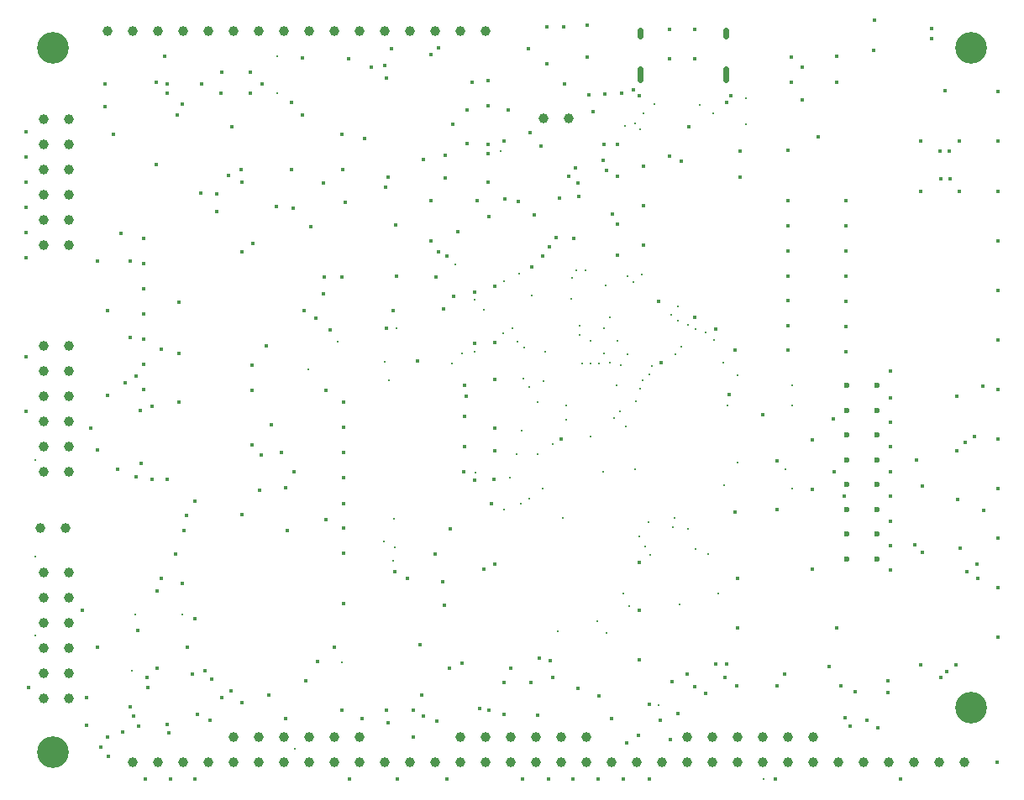
<source format=gbr>
%TF.GenerationSoftware,KiCad,Pcbnew,8.0.7-8.0.7-0~ubuntu22.04.1*%
%TF.CreationDate,2024-12-10T15:43:45-05:00*%
%TF.ProjectId,tinytapeout-demo,74696e79-7461-4706-956f-75742d64656d,2.1.0*%
%TF.SameCoordinates,PX38be5e0PY7d687e0*%
%TF.FileFunction,Plated,1,4,PTH,Mixed*%
%TF.FilePolarity,Positive*%
%FSLAX46Y46*%
G04 Gerber Fmt 4.6, Leading zero omitted, Abs format (unit mm)*
G04 Created by KiCad (PCBNEW 8.0.7-8.0.7-0~ubuntu22.04.1) date 2024-12-10 15:43:45*
%MOMM*%
%LPD*%
G01*
G04 APERTURE LIST*
%TA.AperFunction,ViaDrill*%
%ADD10C,0.300000*%
%TD*%
%TA.AperFunction,ComponentDrill*%
%ADD11C,0.300000*%
%TD*%
%TA.AperFunction,ViaDrill*%
%ADD12C,0.400000*%
%TD*%
%TA.AperFunction,ComponentDrill*%
%ADD13C,0.400000*%
%TD*%
G04 aperture for slot hole*
%TA.AperFunction,ComponentDrill*%
%ADD14C,0.600000*%
%TD*%
%TA.AperFunction,ComponentDrill*%
%ADD15C,0.600000*%
%TD*%
%TA.AperFunction,ComponentDrill*%
%ADD16C,1.000000*%
%TD*%
%TA.AperFunction,ComponentDrill*%
%ADD17C,3.200000*%
%TD*%
G04 APERTURE END LIST*
D10*
X85600000Y-57800000D03*
X85600000Y-61500000D03*
X88700531Y-89349471D03*
X91700000Y-86600000D03*
X96327500Y-106774398D03*
X96400000Y-88600000D03*
X96827500Y-90500000D03*
X97388449Y-104455000D03*
X97400000Y-107300000D03*
X97580003Y-85200000D03*
X103200000Y-88800000D03*
X103500000Y-78800000D03*
X104200000Y-87800000D03*
X105500000Y-82400000D03*
X105500000Y-87600000D03*
X105600000Y-99800000D03*
X106400000Y-83400000D03*
X108327500Y-85772500D03*
X108400000Y-80500000D03*
X108400000Y-103500000D03*
X109000000Y-100302500D03*
X109250032Y-85272500D03*
X109702500Y-97900000D03*
X109813714Y-86554067D03*
X109999998Y-79700000D03*
X110470238Y-87154962D03*
X110958820Y-102400000D03*
X111000000Y-91200000D03*
X111200000Y-81900000D03*
X111827825Y-92672175D03*
X111827825Y-97979089D03*
X112300000Y-101400000D03*
X112450000Y-90550000D03*
X112600000Y-87600000D03*
X113324485Y-96910961D03*
X113900000Y-115800000D03*
X114400000Y-104372500D03*
X114700000Y-93000000D03*
X114700000Y-94500000D03*
X115190380Y-82309620D03*
X115303021Y-80164674D03*
X115763197Y-79391213D03*
X116080761Y-85000000D03*
X116100000Y-85900000D03*
X116300000Y-88800000D03*
X116682098Y-79391551D03*
X117180002Y-96200000D03*
X117200000Y-88800000D03*
X117800000Y-114800000D03*
X118000000Y-88800000D03*
X118450696Y-99702500D03*
X118700000Y-80900000D03*
X118800000Y-116000000D03*
X119100000Y-84100000D03*
X119100000Y-88700000D03*
X119500000Y-94300000D03*
X119758175Y-90988683D03*
X120105242Y-93593893D03*
X120198797Y-88972024D03*
X120500000Y-111999988D03*
X120600000Y-64800000D03*
X120709051Y-95142009D03*
X120882500Y-80029531D03*
X120900000Y-87900000D03*
X121067500Y-113267500D03*
X121470469Y-80570469D03*
X121654338Y-64614973D03*
X121674109Y-99479892D03*
X121693961Y-92599999D03*
X122074508Y-106256020D03*
X122138961Y-91314900D03*
X122200000Y-65200000D03*
X122370813Y-90462460D03*
X122500000Y-63600000D03*
X122700000Y-107261604D03*
X123017500Y-104817500D03*
X123053961Y-89900000D03*
X123200000Y-108100000D03*
X123332221Y-89035557D03*
X123600000Y-62600000D03*
X124000000Y-123230000D03*
X125300000Y-83900000D03*
X125500000Y-105272503D03*
X125660617Y-104372500D03*
X125700000Y-87900000D03*
X126000000Y-83000000D03*
X126000002Y-84500000D03*
X126172500Y-113100398D03*
X126300000Y-87100000D03*
X126941715Y-84893349D03*
X127000000Y-105500000D03*
X127723527Y-85285450D03*
X127727500Y-107500000D03*
X128193311Y-62707387D03*
X128733689Y-85685000D03*
X128999998Y-108000000D03*
X129500000Y-63600000D03*
X129647500Y-86400000D03*
X130000000Y-112000000D03*
X130500000Y-88700000D03*
X130594023Y-101062500D03*
X131000000Y-93000000D03*
X132000000Y-90000000D03*
X132000000Y-98827500D03*
X132800000Y-62000000D03*
X132800000Y-64700000D03*
X136785720Y-99458220D03*
X137500000Y-91000000D03*
X137500000Y-93000000D03*
X137500000Y-101405000D03*
D11*
%TO.C,STITCHP3*%
X61200000Y-98500000D03*
X61200000Y-108300000D03*
X61200000Y-116200000D03*
X70900000Y-119800000D03*
X71300000Y-114100000D03*
X76000000Y-114100000D03*
X87400000Y-127700000D03*
X92100000Y-118900000D03*
X97300000Y-108700000D03*
X108100000Y-67400000D03*
X110100000Y-102900000D03*
X110200000Y-95600000D03*
X110400000Y-90300000D03*
X117150000Y-86500000D03*
X118500000Y-85200000D03*
X118500000Y-87800000D03*
X119850000Y-86500000D03*
X122300000Y-79800000D03*
X134600000Y-130700000D03*
%TD*%
D12*
X65900000Y-113700000D03*
X66800000Y-95300000D03*
X67500000Y-78500000D03*
X67500000Y-97500000D03*
X67500000Y-117432500D03*
X67800000Y-127500000D03*
X68500000Y-83500000D03*
X68500000Y-92000000D03*
X68500000Y-126499998D03*
X69100012Y-65700000D03*
X69500000Y-99500000D03*
X69800000Y-75700000D03*
X70000000Y-126000000D03*
X70222500Y-90777500D03*
X70800000Y-123400000D03*
X71094328Y-124355707D03*
X71510885Y-115702500D03*
X71800000Y-93500000D03*
X71895000Y-98895000D03*
X72100000Y-76200000D03*
X72100000Y-78740000D03*
X72100000Y-81280000D03*
X72100000Y-83820000D03*
X72100000Y-86360000D03*
X72100000Y-88900000D03*
X72100000Y-91440000D03*
X72500000Y-120500000D03*
X72521301Y-121499776D03*
X72950000Y-93100000D03*
X73000000Y-100500000D03*
X73500000Y-119500000D03*
X73869933Y-87321428D03*
X73900000Y-110500000D03*
X74200000Y-57800000D03*
X74500000Y-60600000D03*
X74500000Y-61500000D03*
X74500000Y-100500000D03*
X74500000Y-125200000D03*
X74632063Y-126067935D03*
X75319999Y-107976230D03*
X76000000Y-62600000D03*
X76000000Y-111000000D03*
X76159328Y-105670000D03*
X76510885Y-117432500D03*
X77277500Y-102700000D03*
X77277500Y-114500000D03*
X77500000Y-124152500D03*
X77900000Y-71600000D03*
X78277500Y-119800000D03*
X78800000Y-124800000D03*
X79000000Y-120600000D03*
X79500000Y-73500000D03*
X79900000Y-61500000D03*
X80000000Y-59400000D03*
X80700000Y-69800000D03*
X80900000Y-121800000D03*
X81000000Y-64900000D03*
X82000000Y-70500000D03*
X82000000Y-77500000D03*
X82000000Y-104000000D03*
X82000000Y-123000000D03*
X82900000Y-59399996D03*
X82900000Y-61500000D03*
X83000000Y-91500000D03*
X83000000Y-97022500D03*
X84000000Y-98000000D03*
X84500000Y-87000000D03*
X84722512Y-122277500D03*
X85000000Y-95000000D03*
X85500000Y-72999996D03*
X86400000Y-101300000D03*
X86600000Y-105645000D03*
X87000000Y-62500000D03*
X87000000Y-69200000D03*
X88277500Y-83500000D03*
X88489115Y-120832500D03*
X89000000Y-75000000D03*
X89500000Y-84222500D03*
X89640505Y-118877500D03*
X90200000Y-70600000D03*
X90222500Y-81750000D03*
X90500000Y-91500000D03*
X90500000Y-104505000D03*
X91315000Y-117432500D03*
X92065965Y-123722500D03*
X92070002Y-80069998D03*
X92100000Y-65700000D03*
X92200000Y-69200000D03*
X92277500Y-95230000D03*
X92277500Y-97730000D03*
X92277500Y-100330000D03*
X92277500Y-102930000D03*
X92277500Y-105430000D03*
X92277500Y-107930000D03*
X92277500Y-113030000D03*
X92300000Y-92700000D03*
X92400000Y-72500000D03*
X94400000Y-66100000D03*
X95100000Y-58900000D03*
X96511589Y-70992818D03*
X96600000Y-60000000D03*
X96600000Y-85200000D03*
X96608602Y-123722500D03*
X96777500Y-70028818D03*
X97119013Y-57040783D03*
X97300000Y-83500000D03*
X97400008Y-109800000D03*
X97500000Y-74800000D03*
X97600000Y-80000000D03*
X98722500Y-110500000D03*
X99281432Y-123752500D03*
X99300000Y-126499996D03*
X99700000Y-88570000D03*
X100120290Y-122277500D03*
X100289504Y-68231159D03*
X100329621Y-124382500D03*
X101070439Y-57644344D03*
X101077500Y-72400000D03*
X101077500Y-76429998D03*
X101500000Y-108010000D03*
X101600000Y-80100000D03*
X101680492Y-124882500D03*
X101800000Y-77500000D03*
X101804369Y-56921844D03*
X102222500Y-110777500D03*
X102317135Y-83305365D03*
X102422500Y-113170000D03*
X102522500Y-67827991D03*
X102522500Y-70048245D03*
X102705788Y-77923738D03*
X102957597Y-119492362D03*
X103000000Y-105500000D03*
X103300000Y-64700000D03*
X103400000Y-82000000D03*
X104400000Y-99752500D03*
X104500000Y-91000000D03*
X104500000Y-94100000D03*
X104500000Y-97200000D03*
X104600000Y-92100000D03*
X104700000Y-63200000D03*
X104700000Y-66600000D03*
X105500000Y-81600000D03*
X105500000Y-86800000D03*
X105500000Y-100600000D03*
X105700000Y-72400000D03*
X106000000Y-123552500D03*
X106400000Y-109500000D03*
X106800000Y-66700000D03*
X106842451Y-62814911D03*
X106842451Y-67600000D03*
X106842451Y-70500000D03*
X106855775Y-60292434D03*
X106880002Y-74000000D03*
X106954689Y-123751135D03*
X107200000Y-102900000D03*
X108400000Y-66400000D03*
X108505278Y-72190815D03*
X108900000Y-63200000D03*
X109134617Y-119492362D03*
X109900074Y-72435037D03*
X110879673Y-57014723D03*
X111100000Y-65500000D03*
X111117096Y-120937362D03*
X111500000Y-73800000D03*
X111800000Y-124300000D03*
X112000000Y-118500000D03*
X112200000Y-66900000D03*
X112300000Y-78000000D03*
X112800000Y-54850000D03*
X112800000Y-58600000D03*
X113000000Y-77000000D03*
X113388922Y-120455000D03*
X114000000Y-72100000D03*
X114451261Y-54883120D03*
X114536494Y-60615023D03*
X114981998Y-69924002D03*
X115500000Y-76200000D03*
X115600000Y-69100000D03*
X115884118Y-70586015D03*
X115900000Y-121577500D03*
X116010885Y-71989115D03*
X116790292Y-57904097D03*
X116800000Y-54700000D03*
X117000000Y-61700000D03*
X117400000Y-63400000D03*
X118000000Y-122322500D03*
X118450000Y-68300000D03*
X118500000Y-66700000D03*
X118600000Y-61600000D03*
X118800000Y-69300000D03*
X119300000Y-124600000D03*
X119400000Y-73700000D03*
X120300000Y-61500000D03*
X120800000Y-127100000D03*
X121499990Y-61200000D03*
X122000000Y-126300000D03*
X122100000Y-61800000D03*
X123100000Y-123200000D03*
X124000000Y-82500000D03*
X124200000Y-124752500D03*
X124235617Y-88725871D03*
X125100000Y-67900000D03*
X125200000Y-126700000D03*
X125400000Y-120877500D03*
X126000000Y-124100000D03*
X126895000Y-120100000D03*
X127700000Y-121377500D03*
X128800000Y-122100000D03*
X129800000Y-119100000D03*
X130700000Y-120500000D03*
X130900000Y-62500000D03*
X130900000Y-119100000D03*
X131300000Y-61800000D03*
X131762500Y-87450000D03*
X132000000Y-110500000D03*
X132000000Y-115500000D03*
X132200000Y-67400000D03*
X132200000Y-70000000D03*
X134500000Y-94000000D03*
X135800000Y-130700000D03*
X136000000Y-98600000D03*
X136000000Y-103500000D03*
X136722500Y-120097233D03*
X137100000Y-72400000D03*
X137100000Y-74950000D03*
X137100000Y-77450000D03*
X137100000Y-79950000D03*
X137100000Y-82450000D03*
X137100000Y-84950000D03*
X137100000Y-87450000D03*
X137400000Y-57900000D03*
X137400000Y-60400000D03*
X138500000Y-58900000D03*
X138500000Y-62200000D03*
X139500000Y-96500000D03*
X139500000Y-101520002D03*
X139500000Y-109500000D03*
X140100000Y-65900000D03*
X141200000Y-119400000D03*
X141589115Y-94410885D03*
X141729603Y-99751373D03*
X142000000Y-57800000D03*
X142000000Y-60400000D03*
X142000000Y-115500000D03*
X142700000Y-102200000D03*
X142777593Y-124560000D03*
X143363158Y-125400000D03*
X143800000Y-121900000D03*
X145000000Y-124800000D03*
X145700000Y-57200000D03*
X145800000Y-54200000D03*
X147100000Y-122000000D03*
X149850000Y-107043466D03*
X150000000Y-98500000D03*
X150600000Y-101200000D03*
X150630331Y-107869669D03*
X151500000Y-55000000D03*
X151500000Y-56000000D03*
X152400000Y-67400000D03*
X152500000Y-70200000D03*
X152500000Y-120500000D03*
X152900000Y-61300000D03*
X153100000Y-119900000D03*
X153300000Y-67400000D03*
X153400000Y-70200000D03*
X154100000Y-92100000D03*
X154100000Y-97600000D03*
X154400000Y-107400000D03*
X154950000Y-96750000D03*
X155100000Y-109800000D03*
X155850000Y-96200000D03*
X156100000Y-109000000D03*
X156700000Y-91100000D03*
X156800000Y-103600000D03*
D13*
%TO.C,STITCHB27*%
X60300000Y-65400000D03*
%TO.C,STITCHB29*%
X60300000Y-67940000D03*
%TO.C,STITCHB30*%
X60300000Y-70480000D03*
%TO.C,STITCHB31*%
X60300000Y-73020000D03*
%TO.C,STITCHB32*%
X60300000Y-75560000D03*
%TO.C,STITCHB33*%
X60300000Y-78100000D03*
%TO.C,STITCHB34*%
X60300000Y-88100000D03*
%TO.C,STITCHB35*%
X60300000Y-93600000D03*
%TO.C,STITCHB1*%
X60500000Y-121500000D03*
X66400000Y-122500000D03*
X66400000Y-125300000D03*
X68200000Y-60600000D03*
X68200000Y-62900000D03*
X68600000Y-128400000D03*
X70800000Y-78500000D03*
X70800000Y-86200000D03*
X71400000Y-90100000D03*
X71400000Y-100200000D03*
X71600000Y-125400000D03*
X72300000Y-130700000D03*
X73400000Y-60400000D03*
X73400000Y-68700000D03*
X73500000Y-111700000D03*
X74800000Y-130700000D03*
X75500000Y-63700000D03*
X75700000Y-82600000D03*
X75700000Y-87800000D03*
X75700000Y-92700000D03*
X76400000Y-104100000D03*
X77000000Y-120100000D03*
X77300000Y-130700000D03*
X78000000Y-60600000D03*
X79500000Y-71700000D03*
X80000000Y-122500000D03*
X81900000Y-69200000D03*
X83000000Y-89000000D03*
X83100000Y-76700000D03*
X83800000Y-101600000D03*
X84100000Y-60600000D03*
X86000000Y-97800000D03*
X86400000Y-124600000D03*
X87200000Y-73100000D03*
X87300000Y-99700000D03*
X88100000Y-58000000D03*
X88100000Y-63700000D03*
X90300000Y-80100000D03*
X90900000Y-85400000D03*
X92800000Y-58100000D03*
X92900000Y-130700000D03*
X94100000Y-124600000D03*
X96400000Y-58700000D03*
X96800000Y-125000000D03*
X97700000Y-130700000D03*
X100000000Y-117200000D03*
X102700000Y-130700000D03*
X103800000Y-75500000D03*
X104200000Y-119000000D03*
X105200000Y-60400000D03*
X107400000Y-100500000D03*
X107500000Y-81000000D03*
X107500000Y-86700000D03*
X107500000Y-90400000D03*
X107500000Y-95300000D03*
X107500000Y-97600000D03*
X107500000Y-109000000D03*
X108400000Y-121000000D03*
X108400000Y-124200000D03*
X110300000Y-130700000D03*
X111200000Y-79100000D03*
X112900000Y-130700000D03*
X113100000Y-118800000D03*
X113700000Y-76100000D03*
X114200000Y-96400000D03*
X115400000Y-130700000D03*
X117900000Y-130700000D03*
%TO.C,STITCHB7*%
X119900000Y-66700000D03*
%TO.C,STITCHB6*%
X119900000Y-69900000D03*
%TO.C,STITCHB5*%
X119900000Y-74700000D03*
%TO.C,STITCHB4*%
X119900000Y-77900000D03*
%TO.C,STITCHB1*%
X120500000Y-130700000D03*
X122100000Y-108900000D03*
X122100000Y-113700000D03*
X122100000Y-118700000D03*
X122500000Y-68900000D03*
%TO.C,STITCHB2*%
X122500000Y-72900000D03*
%TO.C,STITCHB3*%
X122500000Y-76900000D03*
%TO.C,STITCHB1*%
X123100000Y-130700000D03*
%TO.C,STITCHB7*%
X125100000Y-55100000D03*
X125100000Y-58100000D03*
%TO.C,STITCHB1*%
X126300000Y-68400000D03*
X127100000Y-64900000D03*
%TO.C,STITCHB7*%
X127700000Y-55100000D03*
X127700000Y-58100000D03*
%TO.C,STITCHB1*%
X127700000Y-84100000D03*
X129800000Y-85300000D03*
X131100000Y-91900000D03*
X131700000Y-103800000D03*
X131900000Y-121300000D03*
X136000000Y-121300000D03*
X137100000Y-67300000D03*
X142400000Y-121300000D03*
X142900000Y-72400000D03*
%TO.C,STITCHB8*%
X142900000Y-74940000D03*
%TO.C,STITCHB9*%
X142900000Y-77480000D03*
%TO.C,STITCHB10*%
X142900000Y-80020000D03*
%TO.C,STITCHB11*%
X142900000Y-82560000D03*
%TO.C,STITCHB12*%
X142900000Y-85100000D03*
%TO.C,STITCHB13*%
X142900000Y-87640000D03*
%TO.C,STITCHB1*%
X146100000Y-125500000D03*
X147100000Y-120800000D03*
X147400000Y-89600000D03*
X147400000Y-92300000D03*
X147400000Y-94700000D03*
X147400000Y-97200000D03*
X147400000Y-99700000D03*
X147400000Y-102200000D03*
X147400000Y-104700000D03*
X147400000Y-107200000D03*
X147400000Y-109600000D03*
X148400000Y-130700000D03*
X150400000Y-66400000D03*
X150400000Y-71400000D03*
X150400000Y-119200000D03*
X154000000Y-119200000D03*
X154200000Y-102500000D03*
X154300000Y-66400000D03*
X154300000Y-71400000D03*
X156200000Y-110500000D03*
%TO.C,STITCHB26*%
X158100000Y-129000000D03*
%TO.C,STITCHB14*%
X158200000Y-61400000D03*
%TO.C,STITCHB15*%
X158200000Y-66400000D03*
%TO.C,STITCHB16*%
X158200000Y-71400000D03*
%TO.C,STITCHB17*%
X158200000Y-76400000D03*
%TO.C,STITCHB18*%
X158200000Y-81400000D03*
%TO.C,STITCHB19*%
X158200000Y-86400000D03*
%TO.C,STITCHB20*%
X158200000Y-91400000D03*
%TO.C,STITCHB21*%
X158200000Y-96400000D03*
%TO.C,STITCHB22*%
X158200000Y-101400000D03*
%TO.C,STITCHB23*%
X158200000Y-106400000D03*
%TO.C,STITCHB24*%
X158200000Y-111400000D03*
%TO.C,STITCHB25*%
X158200000Y-116400000D03*
D14*
%TO.C,J20*%
X122180000Y-55150000D02*
X122180000Y-55750000D01*
X122180000Y-59080000D02*
X122180000Y-60180000D01*
X130820000Y-55150000D02*
X130820000Y-55750000D01*
X130820000Y-59080000D02*
X130820000Y-60180000D01*
D15*
%TO.C,JP8*%
X143000000Y-91000000D03*
%TO.C,JP7*%
X143000000Y-93500000D03*
%TO.C,JP6*%
X143000000Y-96000000D03*
%TO.C,JP5*%
X143000000Y-98500000D03*
%TO.C,JP4*%
X143000000Y-101000000D03*
%TO.C,JP3*%
X143000000Y-103500000D03*
%TO.C,JP2*%
X143000000Y-106000000D03*
%TO.C,JP1*%
X143000000Y-108500000D03*
%TO.C,JP8*%
X146000000Y-91000000D03*
%TO.C,JP7*%
X146000000Y-93500000D03*
%TO.C,JP6*%
X146000000Y-96000000D03*
%TO.C,JP5*%
X146000000Y-98500000D03*
%TO.C,JP4*%
X146000000Y-101000000D03*
%TO.C,JP3*%
X146000000Y-103500000D03*
%TO.C,JP2*%
X146000000Y-106000000D03*
%TO.C,JP1*%
X146000000Y-108500000D03*
D16*
%TO.C,J10*%
X61725000Y-105395000D03*
%TO.C,J14*%
X62060000Y-64180000D03*
X62060000Y-66720000D03*
X62060000Y-69260000D03*
X62060000Y-71800000D03*
X62060000Y-74340000D03*
X62060000Y-76880000D03*
%TO.C,J13*%
X62060000Y-87040000D03*
X62060000Y-89580000D03*
X62060000Y-92120000D03*
X62060000Y-94660000D03*
X62060000Y-97200000D03*
X62060000Y-99740000D03*
%TO.C,J12*%
X62060000Y-109900000D03*
X62060000Y-112440000D03*
X62060000Y-114980000D03*
X62060000Y-117520000D03*
X62060000Y-120060000D03*
X62060000Y-122600000D03*
%TO.C,J10*%
X64265000Y-105395000D03*
%TO.C,J14*%
X64600000Y-64180000D03*
X64600000Y-66720000D03*
X64600000Y-69260000D03*
X64600000Y-71800000D03*
X64600000Y-74340000D03*
X64600000Y-76880000D03*
%TO.C,J13*%
X64600000Y-87040000D03*
X64600000Y-89580000D03*
X64600000Y-92120000D03*
X64600000Y-94660000D03*
X64600000Y-97200000D03*
X64600000Y-99740000D03*
%TO.C,J12*%
X64600000Y-109900000D03*
X64600000Y-112440000D03*
X64600000Y-114980000D03*
X64600000Y-117520000D03*
X64600000Y-120060000D03*
X64600000Y-122600000D03*
%TO.C,J9*%
X68500000Y-55300000D03*
%TO.C,J2*%
X71000000Y-129000000D03*
%TO.C,J9*%
X71040000Y-55300000D03*
%TO.C,J2*%
X73540000Y-129000000D03*
%TO.C,J9*%
X73580000Y-55300000D03*
%TO.C,J2*%
X76080000Y-129000000D03*
%TO.C,J9*%
X76120000Y-55300000D03*
%TO.C,J2*%
X78620000Y-129000000D03*
%TO.C,J9*%
X78660000Y-55300000D03*
%TO.C,J3*%
X81155000Y-126455000D03*
X81155000Y-128995000D03*
%TO.C,J9*%
X81200000Y-55300000D03*
%TO.C,J3*%
X83695000Y-126455000D03*
X83695000Y-128995000D03*
%TO.C,J9*%
X83740000Y-55300000D03*
%TO.C,J3*%
X86235000Y-126455000D03*
X86235000Y-128995000D03*
%TO.C,J9*%
X86280000Y-55300000D03*
%TO.C,J3*%
X88775000Y-126455000D03*
X88775000Y-128995000D03*
%TO.C,J9*%
X88820000Y-55300000D03*
%TO.C,J3*%
X91315000Y-126455000D03*
X91315000Y-128995000D03*
%TO.C,J9*%
X91360000Y-55300000D03*
%TO.C,J3*%
X93855000Y-126455000D03*
X93855000Y-128995000D03*
%TO.C,J9*%
X93900000Y-55300000D03*
%TO.C,J17*%
X96430000Y-129000000D03*
%TO.C,J9*%
X96440000Y-55300000D03*
%TO.C,J17*%
X98970000Y-129000000D03*
%TO.C,J9*%
X98980000Y-55300000D03*
%TO.C,J17*%
X101510000Y-129000000D03*
%TO.C,J9*%
X101520000Y-55300000D03*
%TO.C,J5*%
X104015000Y-126455000D03*
X104015000Y-128995000D03*
%TO.C,J9*%
X104060000Y-55300000D03*
%TO.C,J5*%
X106555000Y-126455000D03*
X106555000Y-128995000D03*
%TO.C,J9*%
X106600000Y-55300000D03*
%TO.C,J5*%
X109095000Y-126455000D03*
X109095000Y-128995000D03*
X111635000Y-126455000D03*
X111635000Y-128995000D03*
%TO.C,J19*%
X112425000Y-64100000D03*
%TO.C,J5*%
X114175000Y-126455000D03*
X114175000Y-128995000D03*
%TO.C,J19*%
X114965000Y-64100000D03*
%TO.C,J5*%
X116715000Y-126455000D03*
X116715000Y-128995000D03*
%TO.C,J8*%
X119275000Y-129000000D03*
X121815000Y-129000000D03*
X124355000Y-129000000D03*
%TO.C,J6*%
X126875000Y-126455000D03*
X126875000Y-128995000D03*
X129415000Y-126455000D03*
X129415000Y-128995000D03*
X131955000Y-126455000D03*
X131955000Y-128995000D03*
X134495000Y-126455000D03*
X134495000Y-128995000D03*
X137035000Y-126455000D03*
X137035000Y-128995000D03*
X139575000Y-126455000D03*
X139575000Y-128995000D03*
%TO.C,J1*%
X142110000Y-129000000D03*
X144650000Y-129000000D03*
X147190000Y-129000000D03*
X149730000Y-129000000D03*
X152270000Y-129000000D03*
X154810000Y-129000000D03*
D17*
%TO.C,MT3*%
X63000000Y-57000000D03*
%TO.C,MT1*%
X63000000Y-128000000D03*
%TO.C,MT4*%
X155500000Y-57000000D03*
%TO.C,MT2*%
X155500000Y-123500000D03*
M02*

</source>
